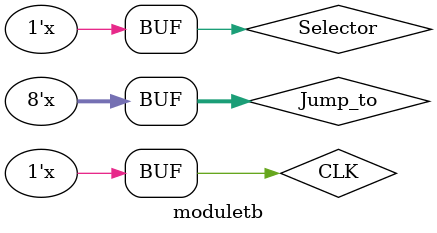
<source format=v>
`timescale 1ns / 1ps


module moduletb;

	// Inputs
	reg Selector;
	reg CLK;
	reg [7:0] Jump_to;

	// Outputs
	wire [7:0] output_PC;
	wire [7:0] output_R15;

	// Instantiate the Unit Under Test (UUT)
	pcModule uut (
		.Selector(Selector), 
		.CLK(CLK), 
		.Jump_to(Jump_to), 
		.output_PC(output_PC), 
		.output_R15(output_R15)
	);
	
	always #5 CLK <= !CLK;
	always #50 Selector <= !Selector;
	always #50 Jump_to <= Jump_to + 5;
	initial begin
		// Initialize Inputs
		Selector = 0;
		CLK = 0;
		Jump_to = 0;

		// Wait 100 ns for global reset to finish
		#100;
        
		// Add stimulus here

	end
      
endmodule


</source>
